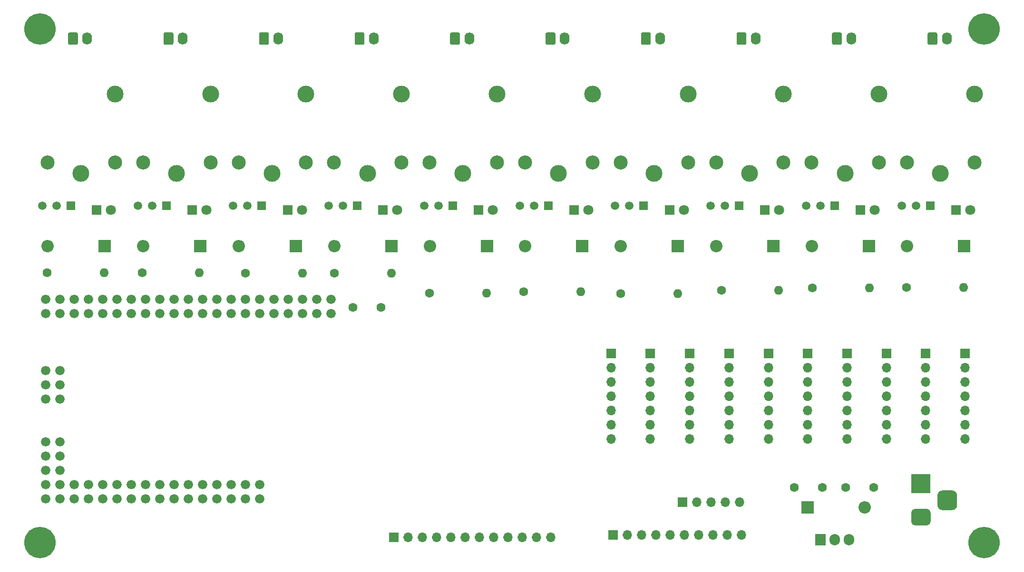
<source format=gbr>
%TF.GenerationSoftware,KiCad,Pcbnew,(5.1.7)-1*%
%TF.CreationDate,2023-02-24T20:45:29+00:00*%
%TF.ProjectId,quizbuzzer,7175697a-6275-47a7-9a65-722e6b696361,V0.1.0*%
%TF.SameCoordinates,Original*%
%TF.FileFunction,Soldermask,Bot*%
%TF.FilePolarity,Negative*%
%FSLAX46Y46*%
G04 Gerber Fmt 4.6, Leading zero omitted, Abs format (unit mm)*
G04 Created by KiCad (PCBNEW (5.1.7)-1) date 2023-02-24 20:45:29*
%MOMM*%
%LPD*%
G01*
G04 APERTURE LIST*
%ADD10C,5.600000*%
%ADD11O,1.700000X1.700000*%
%ADD12R,1.700000X1.700000*%
%ADD13R,1.500000X1.500000*%
%ADD14C,1.500000*%
%ADD15C,1.676400*%
%ADD16O,1.905000X2.000000*%
%ADD17R,1.905000X2.000000*%
%ADD18O,1.600000X1.600000*%
%ADD19C,1.600000*%
%ADD20C,3.000000*%
%ADD21C,2.500000*%
%ADD22O,1.740000X2.190000*%
%ADD23R,3.500000X3.500000*%
%ADD24C,1.800000*%
%ADD25R,1.800000X1.800000*%
%ADD26O,2.200000X2.200000*%
%ADD27R,2.200000X2.200000*%
G04 APERTURE END LIST*
D10*
%TO.C,H4*%
X203970000Y-16410000D03*
%TD*%
%TO.C,H3*%
X35950000Y-16410000D03*
%TD*%
%TO.C,H2*%
X203970000Y-107940000D03*
%TD*%
%TO.C,H1*%
X35950000Y-107940000D03*
%TD*%
D11*
%TO.C,J2*%
X126890000Y-106950000D03*
X124350000Y-106950000D03*
X121810000Y-106950000D03*
X119270000Y-106950000D03*
X116730000Y-106950000D03*
X114190000Y-106950000D03*
X111650000Y-106950000D03*
X109110000Y-106950000D03*
X106570000Y-106950000D03*
X104030000Y-106950000D03*
X101490000Y-106950000D03*
D12*
X98950000Y-106950000D03*
%TD*%
D13*
%TO.C,Q10*%
X194400000Y-47870000D03*
D14*
X189320000Y-47870000D03*
X191860000Y-47870000D03*
%TD*%
D13*
%TO.C,Q9*%
X177400000Y-47870000D03*
D14*
X172320000Y-47870000D03*
X174860000Y-47870000D03*
%TD*%
D13*
%TO.C,Q8*%
X160400000Y-47870000D03*
D14*
X155320000Y-47870000D03*
X157860000Y-47870000D03*
%TD*%
D13*
%TO.C,Q7*%
X143400000Y-47870000D03*
D14*
X138320000Y-47870000D03*
X140860000Y-47870000D03*
%TD*%
D13*
%TO.C,Q6*%
X126400000Y-47870000D03*
D14*
X121320000Y-47870000D03*
X123860000Y-47870000D03*
%TD*%
D13*
%TO.C,Q5*%
X109400000Y-47870000D03*
D14*
X104320000Y-47870000D03*
X106860000Y-47870000D03*
%TD*%
D13*
%TO.C,Q4*%
X92400000Y-47870000D03*
D14*
X87320000Y-47870000D03*
X89860000Y-47870000D03*
%TD*%
D13*
%TO.C,Q3*%
X75400000Y-47870000D03*
D14*
X70320000Y-47870000D03*
X72860000Y-47870000D03*
%TD*%
D13*
%TO.C,Q2*%
X58400000Y-47870000D03*
D14*
X53320000Y-47870000D03*
X55860000Y-47870000D03*
%TD*%
D13*
%TO.C,Q1*%
X41400000Y-47870000D03*
D14*
X36320000Y-47870000D03*
X38860000Y-47870000D03*
%TD*%
D15*
%TO.C,XA1*%
X87730000Y-67090000D03*
X87730000Y-64550000D03*
X85190000Y-67090000D03*
X85190000Y-64550000D03*
X82650000Y-64550000D03*
X82650000Y-67090000D03*
X80110000Y-67090000D03*
X80110000Y-64550000D03*
X77570000Y-64550000D03*
X77570000Y-67090000D03*
X75030000Y-67090000D03*
X75030000Y-64550000D03*
X72490000Y-64550000D03*
X69950000Y-64550000D03*
X67410000Y-64550000D03*
X64870000Y-64550000D03*
X62330000Y-64550000D03*
X59790000Y-64550000D03*
X57250000Y-64550000D03*
X54710000Y-64550000D03*
X52170000Y-64550000D03*
X49630000Y-64550000D03*
X72490000Y-67090000D03*
X69950000Y-67090000D03*
X67410000Y-67090000D03*
X64870000Y-67090000D03*
X62330000Y-67090000D03*
X59790000Y-67090000D03*
X57250000Y-67090000D03*
X54710000Y-67090000D03*
X52170000Y-67090000D03*
X49630000Y-67090000D03*
X47090000Y-64550000D03*
X44550000Y-64550000D03*
X42010000Y-64550000D03*
X39470000Y-64550000D03*
X36930000Y-64550000D03*
X36930000Y-67090000D03*
X39470000Y-67090000D03*
X42010000Y-67090000D03*
X44550000Y-67090000D03*
X47090000Y-67090000D03*
X75030000Y-97570000D03*
X75030000Y-100110000D03*
X72490000Y-100110000D03*
X72490000Y-97570000D03*
X69950000Y-97570000D03*
X69950000Y-100110000D03*
X67410000Y-100110000D03*
X67410000Y-97570000D03*
X64870000Y-100110000D03*
X64870000Y-97570000D03*
X62330000Y-100110000D03*
X62330000Y-97570000D03*
X59790000Y-100110000D03*
X59790000Y-97570000D03*
X57250000Y-100110000D03*
X57250000Y-97570000D03*
X54710000Y-100110000D03*
X54710000Y-97570000D03*
X52170000Y-100110000D03*
X52170000Y-97570000D03*
X49630000Y-100110000D03*
X49630000Y-97570000D03*
X47090000Y-100110000D03*
X47090000Y-97570000D03*
X44550000Y-100110000D03*
X44550000Y-97570000D03*
X42010000Y-100110000D03*
X42010000Y-97570000D03*
X39470000Y-100110000D03*
X39470000Y-97570000D03*
X36930000Y-100110000D03*
X36930000Y-97570000D03*
X36930000Y-95030000D03*
X39470000Y-95030000D03*
X39470000Y-92490000D03*
X36930000Y-92490000D03*
X36930000Y-89950000D03*
X39470000Y-89950000D03*
X39470000Y-77250000D03*
X36930000Y-77250000D03*
X39470000Y-79790000D03*
X39470000Y-82330000D03*
X36930000Y-82330000D03*
X36930000Y-79790000D03*
%TD*%
D16*
%TO.C,U1*%
X179980000Y-107420000D03*
X177440000Y-107420000D03*
D17*
X174900000Y-107420000D03*
%TD*%
D18*
%TO.C,R18*%
X200380000Y-62490000D03*
D19*
X190220000Y-62490000D03*
%TD*%
D18*
%TO.C,R17*%
X183570000Y-62530000D03*
D19*
X173410000Y-62530000D03*
%TD*%
D18*
%TO.C,R16*%
X167430000Y-62920000D03*
D19*
X157270000Y-62920000D03*
%TD*%
D18*
%TO.C,R15*%
X149500000Y-63570000D03*
D19*
X139340000Y-63570000D03*
%TD*%
D18*
%TO.C,R14*%
X132200000Y-63180000D03*
D19*
X122040000Y-63180000D03*
%TD*%
D18*
%TO.C,R13*%
X115420000Y-63440000D03*
D19*
X105260000Y-63440000D03*
%TD*%
D18*
%TO.C,R12*%
X98520000Y-59930000D03*
D19*
X88360000Y-59930000D03*
%TD*%
D18*
%TO.C,R11*%
X82650000Y-59930000D03*
D19*
X72490000Y-59930000D03*
%TD*%
D18*
%TO.C,R10*%
X64250000Y-59800000D03*
D19*
X54090000Y-59800000D03*
%TD*%
D18*
%TO.C,R9*%
X47330000Y-59790000D03*
D19*
X37170000Y-59790000D03*
%TD*%
D20*
%TO.C,K10*%
X196230000Y-42110000D03*
D21*
X190280000Y-40160000D03*
D20*
X202280000Y-27960000D03*
D21*
X202280000Y-40160000D03*
%TD*%
D20*
%TO.C,K9*%
X179230000Y-42110000D03*
D21*
X173280000Y-40160000D03*
D20*
X185280000Y-27960000D03*
D21*
X185280000Y-40160000D03*
%TD*%
D20*
%TO.C,K8*%
X162230000Y-42110000D03*
D21*
X156280000Y-40160000D03*
D20*
X168280000Y-27960000D03*
D21*
X168280000Y-40160000D03*
%TD*%
D20*
%TO.C,K7*%
X145230000Y-42110000D03*
D21*
X139280000Y-40160000D03*
D20*
X151280000Y-27960000D03*
D21*
X151280000Y-40160000D03*
%TD*%
D20*
%TO.C,K6*%
X128230000Y-42110000D03*
D21*
X122280000Y-40160000D03*
D20*
X134280000Y-27960000D03*
D21*
X134280000Y-40160000D03*
%TD*%
D20*
%TO.C,K5*%
X111230000Y-42110000D03*
D21*
X105280000Y-40160000D03*
D20*
X117280000Y-27960000D03*
D21*
X117280000Y-40160000D03*
%TD*%
D20*
%TO.C,K4*%
X94230000Y-42110000D03*
D21*
X88280000Y-40160000D03*
D20*
X100280000Y-27960000D03*
D21*
X100280000Y-40160000D03*
%TD*%
D20*
%TO.C,K3*%
X77230000Y-42110000D03*
D21*
X71280000Y-40160000D03*
D20*
X83280000Y-27960000D03*
D21*
X83280000Y-40160000D03*
%TD*%
D20*
%TO.C,K2*%
X60230000Y-42110000D03*
D21*
X54280000Y-40160000D03*
D20*
X66280000Y-27960000D03*
D21*
X66280000Y-40160000D03*
%TD*%
D20*
%TO.C,K1*%
X43230000Y-42110000D03*
D21*
X37280000Y-40160000D03*
D20*
X49280000Y-27960000D03*
D21*
X49280000Y-40160000D03*
%TD*%
D22*
%TO.C,J24*%
X197340000Y-18110000D03*
G36*
G01*
X193930000Y-18955001D02*
X193930000Y-17264999D01*
G75*
G02*
X194179999Y-17015000I249999J0D01*
G01*
X195420001Y-17015000D01*
G75*
G02*
X195670000Y-17264999I0J-249999D01*
G01*
X195670000Y-18955001D01*
G75*
G02*
X195420001Y-19205000I-249999J0D01*
G01*
X194179999Y-19205000D01*
G75*
G02*
X193930000Y-18955001I0J249999D01*
G01*
G37*
%TD*%
%TO.C,J23*%
X180340000Y-18110000D03*
G36*
G01*
X176930000Y-18955001D02*
X176930000Y-17264999D01*
G75*
G02*
X177179999Y-17015000I249999J0D01*
G01*
X178420001Y-17015000D01*
G75*
G02*
X178670000Y-17264999I0J-249999D01*
G01*
X178670000Y-18955001D01*
G75*
G02*
X178420001Y-19205000I-249999J0D01*
G01*
X177179999Y-19205000D01*
G75*
G02*
X176930000Y-18955001I0J249999D01*
G01*
G37*
%TD*%
%TO.C,J22*%
X163340000Y-18110000D03*
G36*
G01*
X159930000Y-18955001D02*
X159930000Y-17264999D01*
G75*
G02*
X160179999Y-17015000I249999J0D01*
G01*
X161420001Y-17015000D01*
G75*
G02*
X161670000Y-17264999I0J-249999D01*
G01*
X161670000Y-18955001D01*
G75*
G02*
X161420001Y-19205000I-249999J0D01*
G01*
X160179999Y-19205000D01*
G75*
G02*
X159930000Y-18955001I0J249999D01*
G01*
G37*
%TD*%
%TO.C,J21*%
X146340000Y-18110000D03*
G36*
G01*
X142930000Y-18955001D02*
X142930000Y-17264999D01*
G75*
G02*
X143179999Y-17015000I249999J0D01*
G01*
X144420001Y-17015000D01*
G75*
G02*
X144670000Y-17264999I0J-249999D01*
G01*
X144670000Y-18955001D01*
G75*
G02*
X144420001Y-19205000I-249999J0D01*
G01*
X143179999Y-19205000D01*
G75*
G02*
X142930000Y-18955001I0J249999D01*
G01*
G37*
%TD*%
%TO.C,J20*%
X129340000Y-18110000D03*
G36*
G01*
X125930000Y-18955001D02*
X125930000Y-17264999D01*
G75*
G02*
X126179999Y-17015000I249999J0D01*
G01*
X127420001Y-17015000D01*
G75*
G02*
X127670000Y-17264999I0J-249999D01*
G01*
X127670000Y-18955001D01*
G75*
G02*
X127420001Y-19205000I-249999J0D01*
G01*
X126179999Y-19205000D01*
G75*
G02*
X125930000Y-18955001I0J249999D01*
G01*
G37*
%TD*%
%TO.C,J19*%
X112340000Y-18110000D03*
G36*
G01*
X108930000Y-18955001D02*
X108930000Y-17264999D01*
G75*
G02*
X109179999Y-17015000I249999J0D01*
G01*
X110420001Y-17015000D01*
G75*
G02*
X110670000Y-17264999I0J-249999D01*
G01*
X110670000Y-18955001D01*
G75*
G02*
X110420001Y-19205000I-249999J0D01*
G01*
X109179999Y-19205000D01*
G75*
G02*
X108930000Y-18955001I0J249999D01*
G01*
G37*
%TD*%
%TO.C,J18*%
X95340000Y-18110000D03*
G36*
G01*
X91930000Y-18955001D02*
X91930000Y-17264999D01*
G75*
G02*
X92179999Y-17015000I249999J0D01*
G01*
X93420001Y-17015000D01*
G75*
G02*
X93670000Y-17264999I0J-249999D01*
G01*
X93670000Y-18955001D01*
G75*
G02*
X93420001Y-19205000I-249999J0D01*
G01*
X92179999Y-19205000D01*
G75*
G02*
X91930000Y-18955001I0J249999D01*
G01*
G37*
%TD*%
%TO.C,J17*%
X78340000Y-18110000D03*
G36*
G01*
X74930000Y-18955001D02*
X74930000Y-17264999D01*
G75*
G02*
X75179999Y-17015000I249999J0D01*
G01*
X76420001Y-17015000D01*
G75*
G02*
X76670000Y-17264999I0J-249999D01*
G01*
X76670000Y-18955001D01*
G75*
G02*
X76420001Y-19205000I-249999J0D01*
G01*
X75179999Y-19205000D01*
G75*
G02*
X74930000Y-18955001I0J249999D01*
G01*
G37*
%TD*%
%TO.C,J16*%
X61340000Y-18110000D03*
G36*
G01*
X57930000Y-18955001D02*
X57930000Y-17264999D01*
G75*
G02*
X58179999Y-17015000I249999J0D01*
G01*
X59420001Y-17015000D01*
G75*
G02*
X59670000Y-17264999I0J-249999D01*
G01*
X59670000Y-18955001D01*
G75*
G02*
X59420001Y-19205000I-249999J0D01*
G01*
X58179999Y-19205000D01*
G75*
G02*
X57930000Y-18955001I0J249999D01*
G01*
G37*
%TD*%
%TO.C,J15*%
X44340000Y-18110000D03*
G36*
G01*
X40930000Y-18955001D02*
X40930000Y-17264999D01*
G75*
G02*
X41179999Y-17015000I249999J0D01*
G01*
X42420001Y-17015000D01*
G75*
G02*
X42670000Y-17264999I0J-249999D01*
G01*
X42670000Y-18955001D01*
G75*
G02*
X42420001Y-19205000I-249999J0D01*
G01*
X41179999Y-19205000D01*
G75*
G02*
X40930000Y-18955001I0J249999D01*
G01*
G37*
%TD*%
D11*
%TO.C,J14*%
X200590000Y-89450000D03*
X200590000Y-86910000D03*
X200590000Y-84370000D03*
X200590000Y-81830000D03*
X200590000Y-79290000D03*
X200590000Y-76750000D03*
D12*
X200590000Y-74210000D03*
%TD*%
D11*
%TO.C,J13*%
X186590000Y-89450000D03*
X186590000Y-86910000D03*
X186590000Y-84370000D03*
X186590000Y-81830000D03*
X186590000Y-79290000D03*
X186590000Y-76750000D03*
D12*
X186590000Y-74210000D03*
%TD*%
D11*
%TO.C,J12*%
X179590000Y-89450000D03*
X179590000Y-86910000D03*
X179590000Y-84370000D03*
X179590000Y-81830000D03*
X179590000Y-79290000D03*
X179590000Y-76750000D03*
D12*
X179590000Y-74210000D03*
%TD*%
D11*
%TO.C,J11*%
X172590000Y-89450000D03*
X172590000Y-86910000D03*
X172590000Y-84370000D03*
X172590000Y-81830000D03*
X172590000Y-79290000D03*
X172590000Y-76750000D03*
D12*
X172590000Y-74210000D03*
%TD*%
D11*
%TO.C,J10*%
X165590000Y-89450000D03*
X165590000Y-86910000D03*
X165590000Y-84370000D03*
X165590000Y-81830000D03*
X165590000Y-79290000D03*
X165590000Y-76750000D03*
D12*
X165590000Y-74210000D03*
%TD*%
D11*
%TO.C,J9*%
X193590000Y-89450000D03*
X193590000Y-86910000D03*
X193590000Y-84370000D03*
X193590000Y-81830000D03*
X193590000Y-79290000D03*
X193590000Y-76750000D03*
D12*
X193590000Y-74210000D03*
%TD*%
D11*
%TO.C,J8*%
X158590000Y-89450000D03*
X158590000Y-86910000D03*
X158590000Y-84370000D03*
X158590000Y-81830000D03*
X158590000Y-79290000D03*
X158590000Y-76750000D03*
D12*
X158590000Y-74210000D03*
%TD*%
D11*
%TO.C,J7*%
X151590000Y-89450000D03*
X151590000Y-86910000D03*
X151590000Y-84370000D03*
X151590000Y-81830000D03*
X151590000Y-79290000D03*
X151590000Y-76750000D03*
D12*
X151590000Y-74210000D03*
%TD*%
D11*
%TO.C,J6*%
X144590000Y-89450000D03*
X144590000Y-86910000D03*
X144590000Y-84370000D03*
X144590000Y-81830000D03*
X144590000Y-79290000D03*
X144590000Y-76750000D03*
D12*
X144590000Y-74210000D03*
%TD*%
D11*
%TO.C,J5*%
X137590000Y-89450000D03*
X137590000Y-86910000D03*
X137590000Y-84370000D03*
X137590000Y-81830000D03*
X137590000Y-79290000D03*
X137590000Y-76750000D03*
D12*
X137590000Y-74210000D03*
%TD*%
%TO.C,J4*%
G36*
G01*
X198315000Y-102140000D02*
X196565000Y-102140000D01*
G75*
G02*
X195690000Y-101265000I0J875000D01*
G01*
X195690000Y-99515000D01*
G75*
G02*
X196565000Y-98640000I875000J0D01*
G01*
X198315000Y-98640000D01*
G75*
G02*
X199190000Y-99515000I0J-875000D01*
G01*
X199190000Y-101265000D01*
G75*
G02*
X198315000Y-102140000I-875000J0D01*
G01*
G37*
G36*
G01*
X193740000Y-104890000D02*
X191740000Y-104890000D01*
G75*
G02*
X190990000Y-104140000I0J750000D01*
G01*
X190990000Y-102640000D01*
G75*
G02*
X191740000Y-101890000I750000J0D01*
G01*
X193740000Y-101890000D01*
G75*
G02*
X194490000Y-102640000I0J-750000D01*
G01*
X194490000Y-104140000D01*
G75*
G02*
X193740000Y-104890000I-750000J0D01*
G01*
G37*
D23*
X192740000Y-97390000D03*
%TD*%
D11*
%TO.C,J3*%
X160440000Y-100720000D03*
X157900000Y-100720000D03*
X155360000Y-100720000D03*
X152820000Y-100720000D03*
D12*
X150280000Y-100720000D03*
%TD*%
D11*
%TO.C,J1*%
X160800000Y-106600000D03*
X158260000Y-106600000D03*
X155720000Y-106600000D03*
X153180000Y-106600000D03*
X150640000Y-106600000D03*
X148100000Y-106600000D03*
X145560000Y-106600000D03*
X143020000Y-106600000D03*
X140480000Y-106600000D03*
D12*
X137940000Y-106600000D03*
%TD*%
D24*
%TO.C,D21*%
X201530000Y-48670000D03*
D25*
X198990000Y-48670000D03*
%TD*%
D26*
%TO.C,D20*%
X190310000Y-55080000D03*
D27*
X200470000Y-55080000D03*
%TD*%
D24*
%TO.C,D19*%
X184530000Y-48670000D03*
D25*
X181990000Y-48670000D03*
%TD*%
D26*
%TO.C,D18*%
X173310000Y-55080000D03*
D27*
X183470000Y-55080000D03*
%TD*%
D24*
%TO.C,D17*%
X167530000Y-48670000D03*
D25*
X164990000Y-48670000D03*
%TD*%
D24*
%TO.C,D16*%
X150530000Y-48670000D03*
D25*
X147990000Y-48670000D03*
%TD*%
D24*
%TO.C,D15*%
X133530000Y-48670000D03*
D25*
X130990000Y-48670000D03*
%TD*%
D24*
%TO.C,D14*%
X116530000Y-48670000D03*
D25*
X113990000Y-48670000D03*
%TD*%
D26*
%TO.C,D13*%
X156310000Y-55080000D03*
D27*
X166470000Y-55080000D03*
%TD*%
D26*
%TO.C,D12*%
X139310000Y-55080000D03*
D27*
X149470000Y-55080000D03*
%TD*%
D26*
%TO.C,D11*%
X122310000Y-55080000D03*
D27*
X132470000Y-55080000D03*
%TD*%
D26*
%TO.C,D10*%
X105310000Y-55080000D03*
D27*
X115470000Y-55080000D03*
%TD*%
D24*
%TO.C,D9*%
X99530000Y-48670000D03*
D25*
X96990000Y-48670000D03*
%TD*%
D24*
%TO.C,D8*%
X82530000Y-48670000D03*
D25*
X79990000Y-48670000D03*
%TD*%
D24*
%TO.C,D7*%
X65530000Y-48670000D03*
D25*
X62990000Y-48670000D03*
%TD*%
D24*
%TO.C,D6*%
X48530000Y-48670000D03*
D25*
X45990000Y-48670000D03*
%TD*%
D26*
%TO.C,D5*%
X88310000Y-55080000D03*
D27*
X98470000Y-55080000D03*
%TD*%
D26*
%TO.C,D4*%
X71310000Y-55080000D03*
D27*
X81470000Y-55080000D03*
%TD*%
D26*
%TO.C,D3*%
X54310000Y-55080000D03*
D27*
X64470000Y-55080000D03*
%TD*%
D26*
%TO.C,D2*%
X37310000Y-55080000D03*
D27*
X47470000Y-55080000D03*
%TD*%
D26*
%TO.C,D1*%
X182720000Y-101630000D03*
D27*
X172560000Y-101630000D03*
%TD*%
D19*
%TO.C,C3*%
X179310000Y-98110000D03*
X184310000Y-98110000D03*
%TD*%
%TO.C,C2*%
X175210000Y-98110000D03*
X170210000Y-98110000D03*
%TD*%
%TO.C,C1*%
X91630000Y-66030000D03*
X96630000Y-66030000D03*
%TD*%
M02*

</source>
